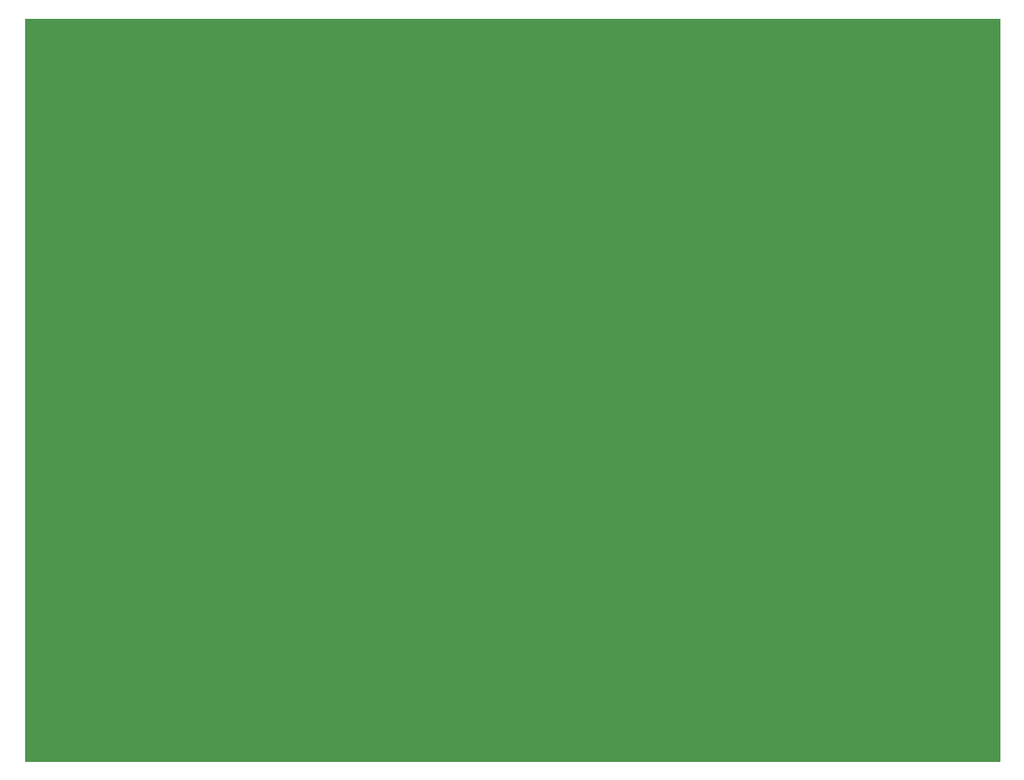
<source format=gbr>
%TF.GenerationSoftware,KiCad,Pcbnew,5.1.9-73d0e3b20d~88~ubuntu20.04.1*%
%TF.CreationDate,2021-02-23T12:39:05-08:00*%
%TF.ProjectId,frame_50x50,6672616d-655f-4353-9078-35302e6b6963,rev?*%
%TF.SameCoordinates,Original*%
%TF.FileFunction,Soldermask,Top*%
%TF.FilePolarity,Negative*%
%FSLAX46Y46*%
G04 Gerber Fmt 4.6, Leading zero omitted, Abs format (unit mm)*
G04 Created by KiCad (PCBNEW 5.1.9-73d0e3b20d~88~ubuntu20.04.1) date 2021-02-23 12:39:05*
%MOMM*%
%LPD*%
G01*
G04 APERTURE LIST*
%ADD10C,0.100000*%
%ADD11C,2.500000*%
G04 APERTURE END LIST*
D10*
G36*
X178000000Y-115000000D02*
G01*
X73000000Y-115000000D01*
X73000000Y-35000000D01*
X178000000Y-35000000D01*
X178000000Y-115000000D01*
G37*
X178000000Y-115000000D02*
X73000000Y-115000000D01*
X73000000Y-35000000D01*
X178000000Y-35000000D01*
X178000000Y-115000000D01*
D11*
%TO.C,REF\u002A\u002A*%
X80250000Y-106500000D03*
%TD*%
%TO.C,REF\u002A\u002A*%
X170250000Y-106500000D03*
%TD*%
%TO.C,REF\u002A\u002A*%
X170250000Y-42500000D03*
%TD*%
%TO.C,REF\u002A\u002A*%
X80250000Y-42500000D03*
%TD*%
M02*

</source>
